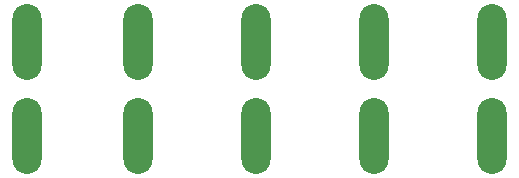
<source format=gbr>
G04 #@! TF.GenerationSoftware,KiCad,Pcbnew,5.1.5-52549c5~84~ubuntu18.04.1*
G04 #@! TF.CreationDate,2020-03-21T09:25:11-06:00*
G04 #@! TF.ProjectId,anderson_distribution_board,616e6465-7273-46f6-9e5f-646973747269,rev?*
G04 #@! TF.SameCoordinates,Original*
G04 #@! TF.FileFunction,Soldermask,Bot*
G04 #@! TF.FilePolarity,Negative*
%FSLAX46Y46*%
G04 Gerber Fmt 4.6, Leading zero omitted, Abs format (unit mm)*
G04 Created by KiCad (PCBNEW 5.1.5-52549c5~84~ubuntu18.04.1) date 2020-03-21 09:25:11*
%MOMM*%
%LPD*%
G04 APERTURE LIST*
%ADD10O,2.470000X6.430000*%
G04 APERTURE END LIST*
D10*
X112000000Y-73050000D03*
X112000000Y-80950000D03*
X151400000Y-73050000D03*
X151400000Y-80950000D03*
X141400000Y-73050000D03*
X141400000Y-80950000D03*
X131400000Y-73050000D03*
X131400000Y-80950000D03*
X121400000Y-73050000D03*
X121400000Y-80950000D03*
M02*

</source>
